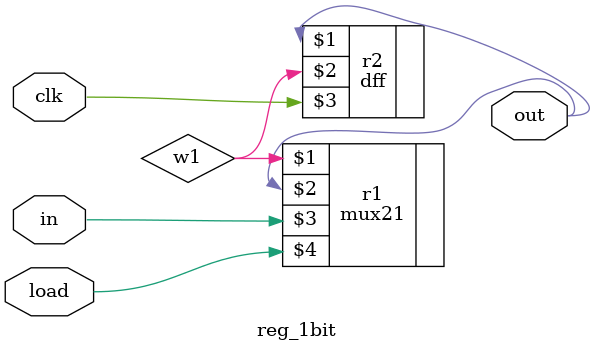
<source format=v>
module reg_1bit (out, in, load, clk);
	output out;
	input in, load, clk;
	wire w1;

mux21 r1 (w1, out, in, load );
dff r2 (out, w1, clk);

endmodule 
</source>
